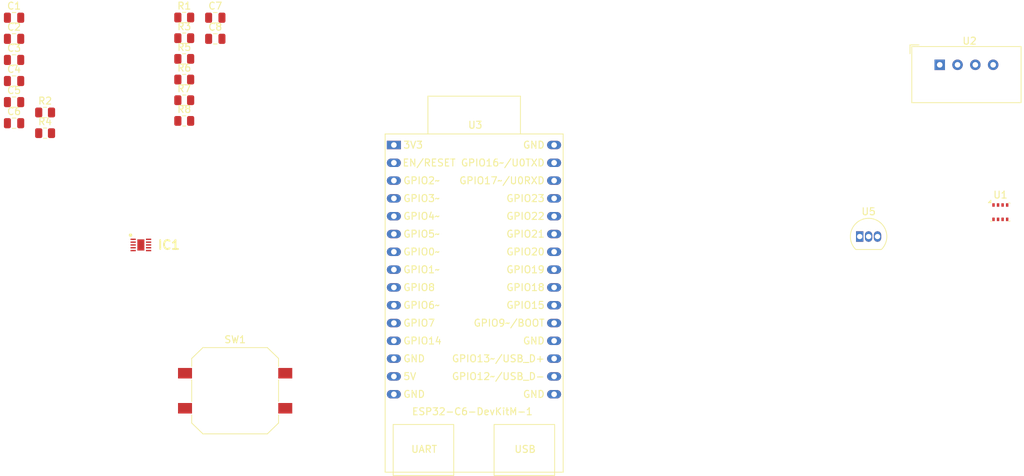
<source format=kicad_pcb>
(kicad_pcb (version 20240108) (generator "pcbnew") (generator_version "8.0")
  (layers (0 "F.Cu" signal) (31 "B.Cu" signal) (34 "B.Paste" user) (35 "F.Paste" user) (36 "B.SilkS" user "B.Silkscreen") (37 "F.SilkS" user "F.Silkscreen") (38 "B.Mask" user) (39 "F.Mask" user) (44 "Edge.Cuts" user))
  (net 0 "")
  (net 1 "SPI_SDI")
  (net 2 "GND")
  (net 3 "SPI_SCK")
  (net 5 "+3.3V")
  (net 6 "SPI_CS")
  (net 7 "TSENS2")
  (net 9 "PS_STAT1")
  (net 11 "+5V")
  (net 13 "PV_VSENSE")
  (net 17 "PS_CE")
  (net 19 "TSENS1")
  (net 25 "PS_STAT2")
  (net 29 "BAT_VSENSE")
  (net 35 "PV+")
  (net 36 "BAT+")
  (net 37 "Net-(IC1-ILIM{slash}VSET)")
  (net 38 "Net-(IC1-ISET)")
  (net 39 "Net-(IC1-TS{slash}MR)")
  (footprint "Resistor_SMD:R_0805_2012Metric" (layer "F.Cu") (at 88.0875 48.55)
    (property "Reference" "R7" (at 0 -1.65 0) (layer "F.SilkS"))
    (property "Value" "4.7k")
    (fp_line (start -0.227064 -0.735) (end 0.227064 -0.735) (stroke (width 0.12)) (layer "F.SilkS"))
    (fp_line (start -0.227064 0.735) (end 0.227064 0.735) (stroke (width 0.12)) (layer "F.SilkS"))
    (pad "1" smd roundrect (at -0.9125 0) (size 1.025 1.4) (layers "F.Cu" "F.Paste" "F.Mask") (roundrect_rratio 0.243902) (net 5 "+3.3V"))
    (pad "2" smd roundrect (at 0.9125 0) (size 1.025 1.4) (layers "F.Cu" "F.Paste" "F.Mask") (roundrect_rratio 0.243902) (net 19 "TSENS1"))
  )
  (footprint "Resistor_SMD:R_0805_2012Metric" (layer "F.Cu") (at 88.0875 42.65)
    (property "Reference" "R5" (at 0 -1.65 0) (layer "F.SilkS"))
    (property "Value" "200k")
    (fp_line (start -0.227064 -0.735) (end 0.227064 -0.735) (stroke (width 0.12)) (layer "F.SilkS"))
    (fp_line (start -0.227064 0.735) (end 0.227064 0.735) (stroke (width 0.12)) (layer "F.SilkS"))
    (pad "1" smd roundrect (at -0.9125 0) (size 1.025 1.4) (layers "F.Cu" "F.Paste" "F.Mask") (roundrect_rratio 0.243902) (net 35 "PV+"))
    (pad "2" smd roundrect (at 0.9125 0) (size 1.025 1.4) (layers "F.Cu" "F.Paste" "F.Mask") (roundrect_rratio 0.243902) (net 13 "PV_VSENSE"))
  )
  (footprint "Capacitor_SMD:C_0805_2012Metric" (layer "F.Cu") (at 63.8075 36.78)
    (property "Reference" "C1" (at 0 -1.68 0) (layer "F.SilkS"))
    (property "Value" "100n")
    (fp_line (start -0.261252 -0.735) (end 0.261252 -0.735) (stroke (width 0.12)) (layer "F.SilkS"))
    (fp_line (start -0.261252 0.735) (end 0.261252 0.735) (stroke (width 0.12)) (layer "F.SilkS"))
    (pad "1" smd roundrect (at -0.95 0) (size 1 1.45) (layers "F.Cu" "F.Paste" "F.Mask") (net 35 "PV+"))
    (pad "2" smd roundrect (at 0.95 0) (size 1 1.45) (layers "F.Cu" "F.Paste" "F.Mask") (net 2 "GND"))
  )
  (footprint "Capacitor_SMD:C_0805_2012Metric" (layer "F.Cu") (at 92.5175 36.78)
    (property "Reference" "C7" (at 0 -1.68 0) (layer "F.SilkS"))
    (property "Value" "100n")
    (fp_line (start -0.261252 -0.735) (end 0.261252 -0.735) (stroke (width 0.12)) (layer "F.SilkS"))
    (fp_line (start -0.261252 0.735) (end 0.261252 0.735) (stroke (width 0.12)) (layer "F.SilkS"))
    (pad "1" smd roundrect (at -0.95 0) (size 1 1.45) (layers "F.Cu" "F.Paste" "F.Mask") (net 5 "+3.3V"))
    (pad "2" smd roundrect (at 0.95 0) (size 1 1.45) (layers "F.Cu" "F.Paste" "F.Mask") (net 2 "GND"))
  )
  (footprint "Capacitor_SMD:C_0805_2012Metric" (layer "F.Cu") (at 63.8075 45.81)
    (property "Reference" "C4" (at 0 -1.68 0) (layer "F.SilkS"))
    (property "Value" "10u")
    (fp_line (start -0.261252 -0.735) (end 0.261252 -0.735) (stroke (width 0.12)) (layer "F.SilkS"))
    (fp_line (start -0.261252 0.735) (end 0.261252 0.735) (stroke (width 0.12)) (layer "F.SilkS"))
    (pad "1" smd roundrect (at -0.95 0) (size 1 1.45) (layers "F.Cu" "F.Paste" "F.Mask") (net 36 "BAT+"))
    (pad "2" smd roundrect (at 0.95 0) (size 1 1.45) (layers "F.Cu" "F.Paste" "F.Mask") (net 2 "GND"))
  )
  (footprint "lib:SON40P220X200X80-11N" (layer "F.Cu") (at 81.9 69.2)
    (property "Reference" "IC1" (at 4 0 0) (layer "F.SilkS") (effects (font (size 1.27 1.27) (thickness 0.254))))
    (property "Value" "BQ25185DLHR" (hide yes))
    (fp_circle (center -1.475 -1.4) (end -1.475 -1.275) (stroke (width 0.25)) (fill none) (layer "F.SilkS"))
    (pad "1" smd rect (at -1.1 -0.8 90) (size 0.2 0.75) (layers "F.Cu" "F.Paste" "F.Mask") (net 11 "+5V"))
    (pad "2" smd rect (at -1.1 -0.4 90) (size 0.2 0.75) (layers "F.Cu" "F.Paste" "F.Mask") (net 36 "BAT+"))
    (pad "3" smd rect (at -1.1 0 90) (size 0.2 0.75) (layers "F.Cu" "F.Paste" "F.Mask") (net 25 "PS_STAT2"))
    (pad "4" smd rect (at -1.1 0.4 90) (size 0.2 0.75) (layers "F.Cu" "F.Paste" "F.Mask") (net 17 "PS_CE"))
    (pad "5" smd rect (at -1.1 0.8 90) (size 0.2 0.75) (layers "F.Cu" "F.Paste" "F.Mask") (net 2 "GND"))
    (pad "6" smd rect (at 1.1 0.8 90) (size 0.2 0.75) (layers "F.Cu" "F.Paste" "F.Mask") (net 39 "Net-(IC1-TS{slash}MR)"))
    (pad "7" smd rect (at 1.1 0.4 90) (size 0.2 0.75) (layers "F.Cu" "F.Paste" "F.Mask") (net 37 "Net-(IC1-ILIM{slash}VSET)"))
    (pad "8" smd rect (at 1.1 0 90) (size 0.2 0.75) (layers "F.Cu" "F.Paste" "F.Mask") (net 38 "Net-(IC1-ISET)"))
    (pad "9" smd rect (at 1.1 -0.4 90) (size 0.2 0.75) (layers "F.Cu" "F.Paste" "F.Mask") (net 9 "PS_STAT1"))
    (pad "10" smd rect (at 1.1 -0.8 90) (size 0.2 0.75) (layers "F.Cu" "F.Paste" "F.Mask") (net 35 "PV+"))
    (pad "11" smd rect (at 0 0) (size 1 1.6) (layers "F.Cu" "F.Paste" "F.Mask"))
  )
  (footprint "Resistor_SMD:R_0805_2012Metric" (layer "F.Cu") (at 68.2375 53.25)
    (property "Reference" "R4" (at 0 -1.65 0) (layer "F.SilkS"))
    (property "Value" "1k")
    (fp_line (start -0.227064 -0.735) (end 0.227064 -0.735) (stroke (width 0.12)) (layer "F.SilkS"))
    (fp_line (start -0.227064 0.735) (end 0.227064 0.735) (stroke (width 0.12)) (layer "F.SilkS"))
    (pad "1" smd roundrect (at -0.9125 0) (size 1.025 1.4) (layers "F.Cu" "F.Paste" "F.Mask") (roundrect_rratio 0.243902) (net 38 "Net-(IC1-ISET)"))
    (pad "2" smd roundrect (at 0.9125 0) (size 1.025 1.4) (layers "F.Cu" "F.Paste" "F.Mask") (roundrect_rratio 0.243902) (net 2 "GND"))
  )
  (footprint "Button_Switch_SMD:SW_Push_1P1T_NO_CK_PTS125Sx43PSMTR" (layer "F.Cu") (at 95.35 90)
    (property "Reference" "SW1" (at 0 -7.3 0) (layer "F.SilkS"))
    (property "Value" "SW_Push")
    (fp_line (start -6.2 -4.6) (end -4.6 -6.15) (stroke (width 0.12)) (layer "F.SilkS"))
    (fp_line (start -6.2 -3.45) (end -6.2 -4.6) (stroke (width 0.12)) (layer "F.SilkS"))
    (fp_line (start -6.2 -1.55) (end -6.2 1.55) (stroke (width 0.12)) (layer "F.SilkS"))
    (fp_line (start -6.2 3.45) (end -6.2 4.6) (stroke (width 0.12)) (layer "F.SilkS"))
    (fp_line (start -6.2 4.6) (end -4.6 6.15) (stroke (width 0.12)) (layer "F.SilkS"))
    (fp_line (start -4.6 -6.15) (end 4.6 -6.15) (stroke (width 0.12)) (layer "F.SilkS"))
    (fp_line (start -4.6 6.15) (end 4.6 6.15) (stroke (width 0.12)) (layer "F.SilkS"))
    (fp_line (start 4.6 -6.15) (end 6.2 -4.6) (stroke (width 0.12)) (layer "F.SilkS"))
    (fp_line (start 4.6 6.15) (end 6.2 4.6) (stroke (width 0.12)) (layer "F.SilkS"))
    (fp_line (start 6.2 -3.45) (end 6.2 -4.6) (stroke (width 0.12)) (layer "F.SilkS"))
    (fp_line (start 6.2 -1.55) (end 6.2 1.55) (stroke (width 0.12)) (layer "F.SilkS"))
    (fp_line (start 6.2 3.45) (end 6.2 4.6) (stroke (width 0.12)) (layer "F.SilkS"))
    (pad "" np_thru_hole circle (at 0 -4.5) (size 2 2) (drill 2) (layers "*.Cu" "*.Mask"))
    (pad "" np_thru_hole circle (at 0 4.5) (size 2 2) (drill 2) (layers "*.Cu" "*.Mask"))
    (pad "1" smd rect (at -7.15 -2.5) (size 2 1.5) (layers "F.Cu" "F.Paste" "F.Mask") (net 39 "Net-(IC1-TS{slash}MR)"))
    (pad "1" smd rect (at 7.15 -2.5) (size 2 1.5) (layers "F.Cu" "F.Paste" "F.Mask") (net 39 "Net-(IC1-TS{slash}MR)"))
    (pad "2" smd rect (at -7.15 2.5) (size 2 1.5) (layers "F.Cu" "F.Paste" "F.Mask") (net 2 "GND"))
    (pad "2" smd rect (at 7.15 2.5) (size 2 1.5) (layers "F.Cu" "F.Paste" "F.Mask") (net 2 "GND"))
  )
  (footprint "Capacitor_SMD:C_0805_2012Metric" (layer "F.Cu") (at 63.8075 51.83)
    (property "Reference" "C6" (at 0 -1.68 0) (layer "F.SilkS"))
    (property "Value" "10u")
    (fp_line (start -0.261252 -0.735) (end 0.261252 -0.735) (stroke (width 0.12)) (layer "F.SilkS"))
    (fp_line (start -0.261252 0.735) (end 0.261252 0.735) (stroke (width 0.12)) (layer "F.SilkS"))
    (pad "1" smd roundrect (at -0.95 0) (size 1 1.45) (layers "F.Cu" "F.Paste" "F.Mask") (net 2 "GND"))
    (pad "2" smd roundrect (at 0.95 0) (size 1 1.45) (layers "F.Cu" "F.Paste" "F.Mask") (net 11 "+5V"))
  )
  (footprint "Capacitor_SMD:C_0805_2012Metric" (layer "F.Cu") (at 92.5175 39.79)
    (property "Reference" "C8" (at 0 -1.68 0) (layer "F.SilkS"))
    (property "Value" "100n")
    (fp_line (start -0.261252 -0.735) (end 0.261252 -0.735) (stroke (width 0.12)) (layer "F.SilkS"))
    (fp_line (start -0.261252 0.735) (end 0.261252 0.735) (stroke (width 0.12)) (layer "F.SilkS"))
    (pad "1" smd roundrect (at -0.95 0) (size 1 1.45) (layers "F.Cu" "F.Paste" "F.Mask") (net 5 "+3.3V"))
    (pad "2" smd roundrect (at 0.95 0) (size 1 1.45) (layers "F.Cu" "F.Paste" "F.Mask") (net 2 "GND"))
  )
  (footprint "Package_LGA:Bosch_LGA-8_2.5x2.5mm_P0.65mm_ClockwisePinNumbering" (layer "F.Cu") (at 204.525 64.525)
    (property "Reference" "U1" (at 0.015 -2.465 0) (layer "F.SilkS"))
    (property "Value" "BME280")
    (fp_line (start -1.35 1.35) (end -1.35 1.2) (stroke (width 0.1)) (layer "F.SilkS"))
    (fp_line (start -1.35 1.36) (end -1.2 1.36) (stroke (width 0.1)) (layer "F.SilkS"))
    (fp_line (start 1.2 -1.35) (end 1.35 -1.35) (stroke (width 0.1)) (layer "F.SilkS"))
    (fp_line (start 1.35 -1.35) (end 1.35 -1.2) (stroke (width 0.1)) (layer "F.SilkS"))
    (fp_line (start 1.35 1.35) (end 1.2 1.35) (stroke (width 0.1)) (layer "F.SilkS"))
    (fp_line (start 1.35 1.35) (end 1.35 1.2) (stroke (width 0.1)) (layer "F.SilkS"))
    (fp_poly (pts (xy -1.35 -1.35) (xy -1.71 -1.35) (xy -1.35 -1.71) (xy -1.35 -1.35)) (stroke (width 0.12)) (fill solid) (layer "F.SilkS"))
    (pad "1" smd rect (at -0.975 -1.025 90) (size 0.5 0.35) (layers "F.Cu" "F.Paste" "F.Mask") (net 2 "GND"))
    (pad "2" smd rect (at -0.325 -1.025 90) (size 0.5 0.35) (layers "F.Cu" "F.Paste" "F.Mask") (net 6 "SPI_CS"))
    (pad "3" smd rect (at 0.325 -1.025 90) (size 0.5 0.35) (layers "F.Cu" "F.Paste" "F.Mask") (net 1 "SPI_SDI"))
    (pad "4" smd rect (at 0.975 -1.025 90) (size 0.5 0.35) (layers "F.Cu" "F.Paste" "F.Mask") (net 3 "SPI_SCK"))
    (pad "5" smd rect (at 0.975 1.025 90) (size 0.5 0.35) (layers "F.Cu" "F.Paste" "F.Mask"))
    (pad "6" smd rect (at 0.325 1.025 90) (size 0.5 0.35) (layers "F.Cu" "F.Paste" "F.Mask") (net 5 "+3.3V"))
    (pad "7" smd rect (at -0.325 1.025 90) (size 0.5 0.35) (layers "F.Cu" "F.Paste" "F.Mask") (net 2 "GND"))
    (pad "8" smd rect (at -0.975 1.025 90) (size 0.5 0.35) (layers "F.Cu" "F.Paste" "F.Mask") (net 5 "+3.3V"))
  )
  (footprint "Resistor_SMD:R_0805_2012Metric" (layer "F.Cu") (at 88.0875 51.5)
    (property "Reference" "R8" (at 0 -1.65 0) (layer "F.SilkS"))
    (property "Value" "10k")
    (fp_line (start -0.227064 -0.735) (end 0.227064 -0.735) (stroke (width 0.12)) (layer "F.SilkS"))
    (fp_line (start -0.227064 0.735) (end 0.227064 0.735) (stroke (width 0.12)) (layer "F.SilkS"))
    (pad "1" smd roundrect (at -0.9125 0) (size 1.025 1.4) (layers "F.Cu" "F.Paste" "F.Mask") (roundrect_rratio 0.243902) (net 5 "+3.3V"))
    (pad "2" smd roundrect (at 0.9125 0) (size 1.025 1.4) (layers "F.Cu" "F.Paste" "F.Mask") (roundrect_rratio 0.243902) (net 7 "TSENS2"))
  )
  (footprint "Resistor_SMD:R_0805_2012Metric" (layer "F.Cu") (at 88.0875 39.7)
    (property "Reference" "R3" (at 0 -1.65 0) (layer "F.SilkS"))
    (property "Value" "50k")
    (fp_line (start -0.227064 -0.735) (end 0.227064 -0.735) (stroke (width 0.12)) (layer "F.SilkS"))
    (fp_line (start -0.227064 0.735) (end 0.227064 0.735) (stroke (width 0.12)) (layer "F.SilkS"))
    (pad "1" smd roundrect (at -0.9125 0) (size 1.025 1.4) (layers "F.Cu" "F.Paste" "F.Mask") (roundrect_rratio 0.243902) (net 29 "BAT_VSENSE"))
    (pad "2" smd roundrect (at 0.9125 0) (size 1.025 1.4) (layers "F.Cu" "F.Paste" "F.Mask") (roundrect_rratio 0.243902) (net 2 "GND"))
  )
  (footprint "Capacitor_SMD:C_0805_2012Metric" (layer "F.Cu") (at 63.8075 48.82)
    (property "Reference" "C5" (at 0 -1.68 0) (layer "F.SilkS"))
    (property "Value" "100n")
    (fp_line (start -0.261252 -0.735) (end 0.261252 -0.735) (stroke (width 0.12)) (layer "F.SilkS"))
    (fp_line (start -0.261252 0.735) (end 0.261252 0.735) (stroke (width 0.12)) (layer "F.SilkS"))
    (pad "1" smd roundrect (at -0.95 0) (size 1 1.45) (layers "F.Cu" "F.Paste" "F.Mask") (net 36 "BAT+"))
    (pad "2" smd roundrect (at 0.95 0) (size 1 1.45) (layers "F.Cu" "F.Paste" "F.Mask") (net 2 "GND"))
  )
  (footprint "PCM_Espressif:ESP32-C6-DevKitM-1" (layer "F.Cu") (at 118 54.94)
    (property "Reference" "U3" (at 11.6078 -2.8448 0) (layer "F.SilkS"))
    (property "Value" "ESP32-C6-DevKitM-1" (at 11.2 38.033 180) (layer "F.SilkS"))
    (fp_line (start -1.246 -1.575) (end -1.246 46.685) (stroke (width 0.12)) (layer "F.SilkS"))
    (fp_line (start -1.246 46.685) (end 24.154 46.685) (stroke (width 0.12)) (layer "F.SilkS"))
    (fp_line (start 4.85172 -6.96532) (end 18.05172 -6.96532) (stroke (width 0.12)) (layer "F.SilkS"))
    (fp_line (start 4.85172 -1.59532) (end 4.85172 -6.96532) (stroke (width 0.12)) (layer "F.SilkS"))
    (fp_line (start 18.05172 -6.96532) (end 18.05172 -1.59532) (stroke (width 0.12)) (layer "F.SilkS"))
    (fp_line (start 24.154 -1.575) (end -1.246 -1.575) (stroke (width 0.12)) (layer "F.SilkS"))
    (fp_line (start 24.154 46.685) (end 24.154 -1.575) (stroke (width 0.12)) (layer "F.SilkS"))
    (fp_rect (start -0.0998 39.875) (end 8.5362 47.1648) (stroke (width 0.12)) (fill none) (layer "F.SilkS"))
    (fp_rect (start 14.3002 39.875) (end 22.9362 47.1648) (stroke (width 0.12)) (fill none) (layer "F.SilkS"))
    (fp_text user "EN/RESET" (at 8.88632 2.54 0) (layer "F.SilkS") (effects (justify right)))
    (fp_text user "GPIO0~" (at 1.27 15.24 0) (layer "F.SilkS") (effects (justify left)))
    (fp_text user "GPIO6~" (at 1.27 22.86 0) (layer "F.SilkS") (effects (justify left)))
    (fp_text user "GND" (at 21.59 27.94 0) (layer "F.SilkS") (effects (justify right)))
    (fp_text user "GND" (at 1.27 30.48 0) (layer "F.SilkS") (effects (justify left)))
    (fp_text user "3V3" (at 1.27 0 0) (layer "F.SilkS") (effects (justify left)))
    (fp_text user "GND" (at 1.27 35.56 0) (layer "F.SilkS") (effects (justify left)))
    (fp_text user "GPIO20" (at 21.59 15.24 0) (layer "F.SilkS") (effects (justify right)))
    (fp_text user "GPIO19" (at 21.59 17.78 0) (layer "F.SilkS") (effects (justify right)))
    (fp_text user "GPIO15" (at 21.59 22.86 0) (layer "F.SilkS") (effects (justify right)))
    (fp_text user "GPIO21" (at 21.59 12.7 0) (layer "F.SilkS") (effects (justify right)))
    (fp_text user "USB" (at 18.7198 43.9898 0) (layer "F.SilkS") (effects (justify bottom)))
    (fp_text user "GPIO22" (at 21.59 10.16 0) (layer "F.SilkS") (effects (justify right)))
    (fp_text user "GPIO18" (at 21.59 20.32 0) (layer "F.SilkS") (effects (justify right)))
    (fp_text user "GPIO12~/USB_D-" (at 21.59 33.02 0) (layer "F.SilkS") (effects (justify right)))
    (fp_text user "GPIO1~" (at 1.27 17.78 0) (layer "F.SilkS") (effects (justify left)))
    (fp_text user "GPIO23" (at 21.59 7.62 0) (layer "F.SilkS") (effects (justify right)))
    (fp_text user "GPIO3~" (at 1.27 7.62 0) (layer "F.SilkS") (effects (justify left)))
    (fp_text user "GPIO14" (at 1.27 27.94 0) (layer "F.SilkS") (effects (justify left)))
    (fp_text user "GPIO13~/USB_D+" (at 21.59 30.48 0) (layer "F.SilkS") (effects (justify right)))
    (fp_text user "GPIO8" (at 1.27 20.32 0) (layer "F.SilkS") (effects (justify left)))
    (fp_text user "GND" (at 21.59 0 0) (layer "F.SilkS") (effects (justify right)))
    (fp_text user "GPIO17~/U0RXD" (at 21.59 5.08 0) (layer "F.SilkS") (effects (justify right)))
    (fp_text user "UART" (at 4.3198 43.9898 0) (layer "F.SilkS") (effects (justify bottom)))
    (fp_text user "GPIO7" (at 1.27 25.4 0) (layer "F.SilkS") (effects (justify left)))
    (fp_text user "GPIO9~/BOOT" (at 21.59 25.4 0) (layer "F.SilkS") (effects (justify right)))
    (fp_text user "GND" (at 21.59 35.56 0) (layer "F.SilkS") (effects (justify right)))
    (fp_text user "GPIO16~/U0TXD" (at 21.59 2.54 0) (layer "F.SilkS") (effects (justify right)))
    (fp_text user "GPIO2~" (at 1.27 5.08 0) (layer "F.SilkS") (effects (justify left)))
    (fp_text user "GPIO4~" (at 1.27 10.16 0) (layer "F.SilkS") (effects (justify left)))
    (fp_text user "5V" (at 1.27 33.02 0) (layer "F.SilkS") (effects (justify left)))
    (fp_text user "GPIO5~" (at 1.27 12.7 0) (layer "F.SilkS") (effects (justify left)))
    (pad "1" thru_hole rect (at 0 0 270) (size 1.2 2) (drill 0.8) (layers "*.Cu" "*.Mask"))
    (pad "2" thru_hole oval (at 0 2.54 270) (size 1.2 2) (drill 0.8) (layers "*.Cu" "*.Mask"))
    (pad "3" thru_hole oval (at 0 5.08 270) (size 1.2 2) (drill 0.8) (layers "*.Cu" "*.Mask") (net 17 "PS_CE"))
    (pad "4" thru_hole oval (at 0 7.62 270) (size 1.2 2) (drill 0.8) (layers "*.Cu" "*.Mask") (net 13 "PV_VSENSE"))
    (pad "5" thru_hole oval (at 0 10.16 270) (size 1.2 2) (drill 0.8) (layers "*.Cu" "*.Mask") (net 29 "BAT_VSENSE"))
    (pad "6" thru_hole oval (at 0 12.7 270) (size 1.2 2) (drill 0.8) (layers "*.Cu" "*.Mask"))
    (pad "7" thru_hole oval (at 0 15.24 270) (size 1.2 2) (drill 0.8) (layers "*.Cu" "*.Mask") (net 9 "PS_STAT1"))
    (pad "8" thru_hole oval (at 0 17.78 270) (size 1.2 2) (drill 0.8) (layers "*.Cu" "*.Mask") (net 25 "PS_STAT2"))
    (pad "9" thru_hole oval (at 0 20.32 270) (size 1.2 2) (drill 0.8) (layers "*.Cu" "*.Mask"))
    (pad "10" thru_hole oval (at 0 22.86 270) (size 1.2 2) (drill 0.8) (layers "*.Cu" "*.Mask"))
    (pad "11" thru_hole oval (at 0 25.4 270) (size 1.2 2) (drill 0.8) (layers "*.Cu" "*.Mask"))
    (pad "12" thru_hole oval (at 0 27.94 270) (size 1.2 2) (drill 0.8) (layers "*.Cu" "*.Mask"))
    (pad "13" thru_hole oval (at 0 30.48 270) (size 1.2 2) (drill 0.8) (layers "*.Cu" "*.Mask"))
    (pad "14" thru_hole oval (at 0 33.02 270) (size 1.2 2) (drill 0.8) (layers "*.Cu" "*.Mask") (net 11 "+5V"))
    (pad "15" thru_hole oval (at 0 35.56 270) (size 1.2 2) (drill 0.8) (layers "*.Cu" "*.Mask") (net 2 "GND"))
    (pad "16" thru_hole oval (at 22.86 35.56 270) (size 1.2 2) (drill 0.8) (layers "*.Cu" "*.Mask") (net 2 "GND"))
    (pad "17" thru_hole oval (at 22.86 33.02 270) (size 1.2 2) (drill 0.8) (layers "*.Cu" "*.Mask"))
    (pad "18" thru_hole oval (at 22.86 30.48 270) (size 1.2 2) (drill 0.8) (layers "*.Cu" "*.Mask"))
    (pad "19" thru_hole oval (at 22.86 27.94 270) (size 1.2 2) (drill 0.8) (layers "*.Cu" "*.Mask"))
    (pad "20" thru_hole oval (at 22.86 25.4 270) (size 1.2 2) (drill 0.8) (layers "*.Cu" "*.Mask"))
    (pad "21" thru_hole oval (at 22.86 22.86 270) (size 1.2 2) (drill 0.8) (layers "*.Cu" "*.Mask"))
    (pad "22" thru_hole oval (at 22.86 20.32 270) (size 1.2 2) (drill 0.8) (layers "*.Cu" "*.Mask"))
    (pad "23" thru_hole oval (at 22.86 17.78 270) (size 1.2 2) (drill 0.8) (layers "*.Cu" "*.Mask"))
    (pad "24" thru_hole oval (at 22.86 15.24 270) (size 1.2 2) (drill 0.8) (layers "*.Cu" "*.Mask"))
    (pad "25" thru_hole oval (at 22.86 12.7 270) (size 1.2 2) (drill 0.8) (layers "*.Cu" "*.Mask"))
    (pad "26" thru_hole oval (at 22.86 10.16 270) (size 1.2 2) (drill 0.8) (layers "*.Cu" "*.Mask") (net 7 "TSENS2"))
    (pad "27" thru_hole oval (at 22.86 7.62 270) (size 1.2 2) (drill 0.8) (layers "*.Cu" "*.Mask") (net 19 "TSENS1"))
    (pad "28" thru_hole oval (at 22.86 5.08 270) (size 1.2 2) (drill 0.8) (layers "*.Cu" "*.Mask"))
    (pad "29" thru_hole oval (at 22.86 2.54 270) (size 1.2 2) (drill 0.8) (layers "*.Cu" "*.Mask"))
    (pad "30" thru_hole oval (at 22.86 0 270) (size 1.2 2) (drill 0.8) (layers "*.Cu" "*.Mask"))
  )
  (footprint "Package_TO_SOT_THT:TO-92_Inline" (layer "F.Cu") (at 184.46 68)
    (property "Reference" "U5" (at 1.27 -3.56 0) (layer "F.SilkS"))
    (property "Value" "DS18B20")
    (fp_line (start -0.53 1.85) (end 3.07 1.85) (stroke (width 0.12)) (layer "F.SilkS"))
    (fp_arc (start -0.568478 1.838478) (mid -1.132087 -0.994977) (end 1.27 -2.6) (stroke (width 0.12)) (layer "F.SilkS"))
    (fp_arc (start 1.27 -2.6) (mid 3.672087 -0.994977) (end 3.108478 1.838478) (stroke (width 0.12)) (layer "F.SilkS"))
    (pad "1" thru_hole rect (at 0 0) (size 1.05 1.5) (drill 0.75) (layers "*.Cu" "*.Mask") (net 2 "GND"))
    (pad "2" thru_hole oval (at 1.27 0) (size 1.05 1.5) (drill 0.75) (layers "*.Cu" "*.Mask") (net 19 "TSENS1"))
    (pad "3" thru_hole oval (at 2.54 0) (size 1.05 1.5) (drill 0.75) (layers "*.Cu" "*.Mask") (net 5 "+3.3V"))
  )
  (footprint "Resistor_SMD:R_0805_2012Metric" (layer "F.Cu") (at 88.0875 36.75)
    (property "Reference" "R1" (at 0 -1.65 0) (layer "F.SilkS"))
    (property "Value" "200k")
    (fp_line (start -0.227064 -0.735) (end 0.227064 -0.735) (stroke (width 0.12)) (layer "F.SilkS"))
    (fp_line (start -0.227064 0.735) (end 0.227064 0.735) (stroke (width 0.12)) (layer "F.SilkS"))
    (pad "1" smd roundrect (at -0.9125 0) (size 1.025 1.4) (layers "F.Cu" "F.Paste" "F.Mask") (roundrect_rratio 0.243902) (net 36 "BAT+"))
    (pad "2" smd roundrect (at 0.9125 0) (size 1.025 1.4) (layers "F.Cu" "F.Paste" "F.Mask") (roundrect_rratio 0.243902) (net 29 "BAT_VSENSE"))
  )
  (footprint "Resistor_SMD:R_0805_2012Metric" (layer "F.Cu") (at 68.2375 50.3)
    (property "Reference" "R2" (at 0 -1.65 0) (layer "F.SilkS"))
    (property "Value" "5k")
    (fp_line (start -0.227064 -0.735) (end 0.227064 -0.735) (stroke (width 0.12)) (layer "F.SilkS"))
    (fp_line (start -0.227064 0.735) (end 0.227064 0.735) (stroke (width 0.12)) (layer "F.SilkS"))
    (pad "1" smd roundrect (at -0.9125 0) (size 1.025 1.4) (layers "F.Cu" "F.Paste" "F.Mask") (roundrect_rratio 0.243902) (net 37 "Net-(IC1-ILIM{slash}VSET)"))
    (pad "2" smd roundrect (at 0.9125 0) (size 1.025 1.4) (layers "F.Cu" "F.Paste" "F.Mask") (roundrect_rratio 0.243902) (net 2 "GND"))
  )
  (footprint "Resistor_SMD:R_0805_2012Metric" (layer "F.Cu") (at 88.0875 45.6)
    (property "Reference" "R6" (at 0 -1.65 0) (layer "F.SilkS"))
    (property "Value" "50k")
    (fp_line (start -0.227064 -0.735) (end 0.227064 -0.735) (stroke (width 0.12)) (layer "F.SilkS"))
    (fp_line (start -0.227064 0.735) (end 0.227064 0.735) (stroke (width 0.12)) (layer "F.SilkS"))
    (pad "1" smd roundrect (at -0.9125 0) (size 1.025 1.4) (layers "F.Cu" "F.Paste" "F.Mask") (roundrect_rratio 0.243902) (net 13 "PV_VSENSE"))
    (pad "2" smd roundrect (at 0.9125 0) (size 1.025 1.4) (layers "F.Cu" "F.Paste" "F.Mask") (roundrect_rratio 0.243902) (net 2 "GND"))
  )
  (footprint "Capacitor_SMD:C_0805_2012Metric" (layer "F.Cu") (at 63.8075 42.8)
    (property "Reference" "C3" (at 0 -1.68 0) (layer "F.SilkS"))
    (property "Value" "100n")
    (fp_line (start -0.261252 -0.735) (end 0.261252 -0.735) (stroke (width 0.12)) (layer "F.SilkS"))
    (fp_line (start -0.261252 0.735) (end 0.261252 0.735) (stroke (width 0.12)) (layer "F.SilkS"))
    (pad "1" smd roundrect (at -0.95 0) (size 1 1.45) (layers "F.Cu" "F.Paste" "F.Mask") (net 35 "PV+"))
    (pad "2" smd roundrect (at 0.95 0) (size 1 1.45) (layers "F.Cu" "F.Paste" "F.Mask") (net 2 "GND"))
  )
  (footprint "Capacitor_SMD:C_0805_2012Metric" (layer "F.Cu") (at 63.8075 39.79)
    (property "Reference" "C2" (at 0 -1.68 0) (layer "F.SilkS"))
    (property "Value" "10u")
    (fp_line (start -0.261252 -0.735) (end 0.261252 -0.735) (stroke (width 0.12)) (layer "F.SilkS"))
    (fp_line (start -0.261252 0.735) (end 0.261252 0.735) (stroke (width 0.12)) (layer "F.SilkS"))
    (pad "1" smd roundrect (at -0.95 0) (size 1 1.45) (layers "F.Cu" "F.Paste" "F.Mask") (net 35 "PV+"))
    (pad "2" smd roundrect (at 0.95 0) (size 1 1.45) (layers "F.Cu" "F.Paste" "F.Mask") (net 2 "GND"))
  )
  (footprint "Sensor:ASAIR_AM2302_P2.54mm_Vertical" (layer "F.Cu") (at 195.88 43.5)
    (property "Reference" "U2" (at 4.26 -3.4 180) (layer "F.SilkS"))
    (property "Value" "AM2302")
    (fp_line (start -4.24 -2.85) (end -2.97 -2.85) (stroke (width 0.12)) (layer "F.SilkS"))
    (fp_line (start -4.24 -1.58) (end -4.24 -2.85) (stroke (width 0.12)) (layer "F.SilkS"))
    (fp_line (start -3.99 -2.6) (end 11.61 -2.6) (stroke (width 0.12)) (layer "F.SilkS"))
    (fp_line (start -3.99 5.4) (end -3.99 -2.6) (stroke (width 0.12)) (layer "F.SilkS"))
    (fp_line (start 11.61 -2.6) (end 11.61 5.4) (stroke (width 0.12)) (layer "F.SilkS"))
    (fp_line (start 11.61 5.4) (end -3.99 5.4) (stroke (width 0.12)) (layer "F.SilkS"))
    (pad "1" thru_hole rect (at 0 0 90) (size 1.5 1.5) (drill 0.8) (layers "*.Cu" "*.Mask") (net 5 "+3.3V"))
    (pad "2" thru_hole circle (at 2.54 0 90) (size 1.5 1.5) (drill 0.8) (layers "*.Cu" "*.Mask") (net 7 "TSENS2"))
    (pad "3" thru_hole circle (at 5.08 0 90) (size 1.5 1.5) (drill 0.8) (layers "*.Cu" "*.Mask") (net 2 "GND"))
    (pad "4" thru_hole circle (at 7.62 0 90) (size 1.5 1.5) (drill 0.8) (layers "*.Cu" "*.Mask") (net 2 "GND"))
  )
)
</source>
